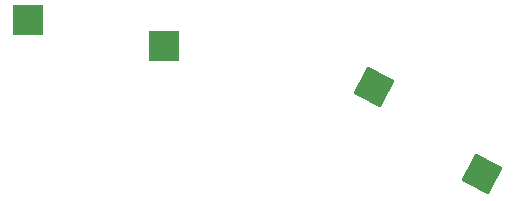
<source format=gbr>
%TF.GenerationSoftware,KiCad,Pcbnew,(6.0.4)*%
%TF.CreationDate,2024-05-03T16:02:45-07:00*%
%TF.ProjectId,thumb,7468756d-622e-46b6-9963-61645f706362,v1.0.0*%
%TF.SameCoordinates,Original*%
%TF.FileFunction,Paste,Bot*%
%TF.FilePolarity,Positive*%
%FSLAX46Y46*%
G04 Gerber Fmt 4.6, Leading zero omitted, Abs format (unit mm)*
G04 Created by KiCad (PCBNEW (6.0.4)) date 2024-05-03 16:02:45*
%MOMM*%
%LPD*%
G01*
G04 APERTURE LIST*
G04 Aperture macros list*
%AMRotRect*
0 Rectangle, with rotation*
0 The origin of the aperture is its center*
0 $1 length*
0 $2 width*
0 $3 Rotation angle, in degrees counterclockwise*
0 Add horizontal line*
21,1,$1,$2,0,0,$3*%
G04 Aperture macros list end*
%ADD10RotRect,2.600000X2.600000X332.000000*%
%ADD11R,2.600000X2.600000*%
G04 APERTURE END LIST*
D10*
%TO.C,S2*%
X113101702Y-59408942D03*
X122266910Y-66773824D03*
%TD*%
D11*
%TO.C,S1*%
X83795950Y-53679451D03*
X95345950Y-55879451D03*
%TD*%
M02*

</source>
